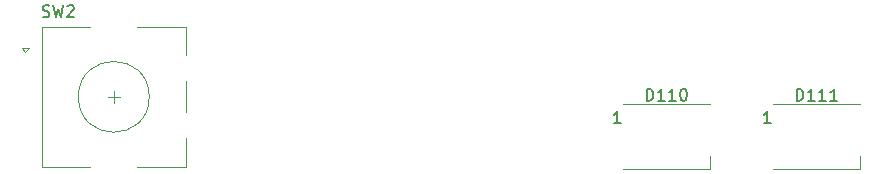
<source format=gto>
G04 #@! TF.GenerationSoftware,KiCad,Pcbnew,5.1.5-52549c5~84~ubuntu18.04.1*
G04 #@! TF.CreationDate,2020-02-13T16:35:18-05:00*
G04 #@! TF.ProjectId,metropolislefty,6d657472-6f70-46f6-9c69-736c65667479,0*
G04 #@! TF.SameCoordinates,Original*
G04 #@! TF.FileFunction,Legend,Top*
G04 #@! TF.FilePolarity,Positive*
%FSLAX46Y46*%
G04 Gerber Fmt 4.6, Leading zero omitted, Abs format (unit mm)*
G04 Created by KiCad (PCBNEW 5.1.5-52549c5~84~ubuntu18.04.1) date 2020-02-13 16:35:18*
%MOMM*%
%LPD*%
G04 APERTURE LIST*
%ADD10C,0.120000*%
%ADD11C,0.150000*%
G04 APERTURE END LIST*
D10*
X131602500Y-58630000D02*
X131602500Y-57480000D01*
X124302500Y-58630000D02*
X131602500Y-58630000D01*
X124302500Y-53130000D02*
X131602500Y-53130000D01*
X71460000Y-52506250D02*
G75*
G03X71460000Y-52506250I-3000000J0D01*
G01*
X70460000Y-46606250D02*
X74560000Y-46606250D01*
X74560000Y-58406250D02*
X70460000Y-58406250D01*
X66460000Y-58406250D02*
X62360000Y-58406250D01*
X66460000Y-46606250D02*
X62360000Y-46606250D01*
X62360000Y-46606250D02*
X62360000Y-58406250D01*
X60960000Y-48706250D02*
X60660000Y-48406250D01*
X60660000Y-48406250D02*
X61260000Y-48406250D01*
X61260000Y-48406250D02*
X60960000Y-48706250D01*
X74560000Y-46606250D02*
X74560000Y-49006250D01*
X74560000Y-51206250D02*
X74560000Y-53806250D01*
X74560000Y-56006250D02*
X74560000Y-58406250D01*
X68460000Y-52006250D02*
X68460000Y-53006250D01*
X67960000Y-52506250D02*
X68960000Y-52506250D01*
X118902500Y-58630000D02*
X118902500Y-57480000D01*
X111602500Y-58630000D02*
X118902500Y-58630000D01*
X111602500Y-53130000D02*
X118902500Y-53130000D01*
D11*
X126262023Y-52832380D02*
X126262023Y-51832380D01*
X126500119Y-51832380D01*
X126642976Y-51880000D01*
X126738214Y-51975238D01*
X126785833Y-52070476D01*
X126833452Y-52260952D01*
X126833452Y-52403809D01*
X126785833Y-52594285D01*
X126738214Y-52689523D01*
X126642976Y-52784761D01*
X126500119Y-52832380D01*
X126262023Y-52832380D01*
X127785833Y-52832380D02*
X127214404Y-52832380D01*
X127500119Y-52832380D02*
X127500119Y-51832380D01*
X127404880Y-51975238D01*
X127309642Y-52070476D01*
X127214404Y-52118095D01*
X128738214Y-52832380D02*
X128166785Y-52832380D01*
X128452500Y-52832380D02*
X128452500Y-51832380D01*
X128357261Y-51975238D01*
X128262023Y-52070476D01*
X128166785Y-52118095D01*
X129690595Y-52832380D02*
X129119166Y-52832380D01*
X129404880Y-52832380D02*
X129404880Y-51832380D01*
X129309642Y-51975238D01*
X129214404Y-52070476D01*
X129119166Y-52118095D01*
X124088214Y-54732380D02*
X123516785Y-54732380D01*
X123802500Y-54732380D02*
X123802500Y-53732380D01*
X123707261Y-53875238D01*
X123612023Y-53970476D01*
X123516785Y-54018095D01*
X62426666Y-45711011D02*
X62569523Y-45758630D01*
X62807619Y-45758630D01*
X62902857Y-45711011D01*
X62950476Y-45663392D01*
X62998095Y-45568154D01*
X62998095Y-45472916D01*
X62950476Y-45377678D01*
X62902857Y-45330059D01*
X62807619Y-45282440D01*
X62617142Y-45234821D01*
X62521904Y-45187202D01*
X62474285Y-45139583D01*
X62426666Y-45044345D01*
X62426666Y-44949107D01*
X62474285Y-44853869D01*
X62521904Y-44806250D01*
X62617142Y-44758630D01*
X62855238Y-44758630D01*
X62998095Y-44806250D01*
X63331428Y-44758630D02*
X63569523Y-45758630D01*
X63760000Y-45044345D01*
X63950476Y-45758630D01*
X64188571Y-44758630D01*
X64521904Y-44853869D02*
X64569523Y-44806250D01*
X64664761Y-44758630D01*
X64902857Y-44758630D01*
X64998095Y-44806250D01*
X65045714Y-44853869D01*
X65093333Y-44949107D01*
X65093333Y-45044345D01*
X65045714Y-45187202D01*
X64474285Y-45758630D01*
X65093333Y-45758630D01*
X113562023Y-52832380D02*
X113562023Y-51832380D01*
X113800119Y-51832380D01*
X113942976Y-51880000D01*
X114038214Y-51975238D01*
X114085833Y-52070476D01*
X114133452Y-52260952D01*
X114133452Y-52403809D01*
X114085833Y-52594285D01*
X114038214Y-52689523D01*
X113942976Y-52784761D01*
X113800119Y-52832380D01*
X113562023Y-52832380D01*
X115085833Y-52832380D02*
X114514404Y-52832380D01*
X114800119Y-52832380D02*
X114800119Y-51832380D01*
X114704880Y-51975238D01*
X114609642Y-52070476D01*
X114514404Y-52118095D01*
X116038214Y-52832380D02*
X115466785Y-52832380D01*
X115752500Y-52832380D02*
X115752500Y-51832380D01*
X115657261Y-51975238D01*
X115562023Y-52070476D01*
X115466785Y-52118095D01*
X116657261Y-51832380D02*
X116752500Y-51832380D01*
X116847738Y-51880000D01*
X116895357Y-51927619D01*
X116942976Y-52022857D01*
X116990595Y-52213333D01*
X116990595Y-52451428D01*
X116942976Y-52641904D01*
X116895357Y-52737142D01*
X116847738Y-52784761D01*
X116752500Y-52832380D01*
X116657261Y-52832380D01*
X116562023Y-52784761D01*
X116514404Y-52737142D01*
X116466785Y-52641904D01*
X116419166Y-52451428D01*
X116419166Y-52213333D01*
X116466785Y-52022857D01*
X116514404Y-51927619D01*
X116562023Y-51880000D01*
X116657261Y-51832380D01*
X111388214Y-54732380D02*
X110816785Y-54732380D01*
X111102500Y-54732380D02*
X111102500Y-53732380D01*
X111007261Y-53875238D01*
X110912023Y-53970476D01*
X110816785Y-54018095D01*
M02*

</source>
